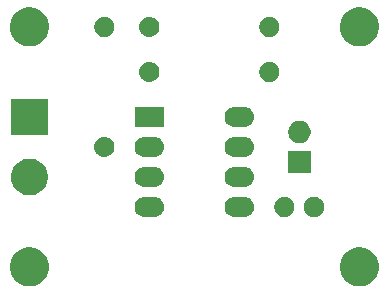
<source format=gbr>
G04 #@! TF.GenerationSoftware,KiCad,Pcbnew,5.0.2-bee76a0~70~ubuntu18.04.1*
G04 #@! TF.CreationDate,2020-12-03T10:47:44+05:30*
G04 #@! TF.ProjectId,How to make PCB,486f7720-746f-4206-9d61-6b6520504342,rev?*
G04 #@! TF.SameCoordinates,Original*
G04 #@! TF.FileFunction,Soldermask,Bot*
G04 #@! TF.FilePolarity,Negative*
%FSLAX46Y46*%
G04 Gerber Fmt 4.6, Leading zero omitted, Abs format (unit mm)*
G04 Created by KiCad (PCBNEW 5.0.2-bee76a0~70~ubuntu18.04.1) date Thu Dec  3 10:47:44 2020*
%MOMM*%
%LPD*%
G01*
G04 APERTURE LIST*
%ADD10C,0.100000*%
G04 APERTURE END LIST*
D10*
G36*
X159125256Y-93641298D02*
X159231579Y-93662447D01*
X159532042Y-93786903D01*
X159798852Y-93965180D01*
X159802454Y-93967587D01*
X160032413Y-94197546D01*
X160213098Y-94467960D01*
X160337553Y-94768422D01*
X160401000Y-95087389D01*
X160401000Y-95412611D01*
X160337553Y-95731578D01*
X160213098Y-96032040D01*
X160032413Y-96302454D01*
X159802454Y-96532413D01*
X159802451Y-96532415D01*
X159532042Y-96713097D01*
X159231579Y-96837553D01*
X159125256Y-96858702D01*
X158912611Y-96901000D01*
X158587389Y-96901000D01*
X158374744Y-96858702D01*
X158268421Y-96837553D01*
X157967958Y-96713097D01*
X157697549Y-96532415D01*
X157697546Y-96532413D01*
X157467587Y-96302454D01*
X157286902Y-96032040D01*
X157162447Y-95731578D01*
X157099000Y-95412611D01*
X157099000Y-95087389D01*
X157162447Y-94768422D01*
X157286902Y-94467960D01*
X157467587Y-94197546D01*
X157697546Y-93967587D01*
X157701148Y-93965180D01*
X157967958Y-93786903D01*
X158268421Y-93662447D01*
X158374744Y-93641298D01*
X158587389Y-93599000D01*
X158912611Y-93599000D01*
X159125256Y-93641298D01*
X159125256Y-93641298D01*
G37*
G36*
X131185256Y-93641298D02*
X131291579Y-93662447D01*
X131592042Y-93786903D01*
X131858852Y-93965180D01*
X131862454Y-93967587D01*
X132092413Y-94197546D01*
X132273098Y-94467960D01*
X132397553Y-94768422D01*
X132461000Y-95087389D01*
X132461000Y-95412611D01*
X132397553Y-95731578D01*
X132273098Y-96032040D01*
X132092413Y-96302454D01*
X131862454Y-96532413D01*
X131862451Y-96532415D01*
X131592042Y-96713097D01*
X131291579Y-96837553D01*
X131185256Y-96858702D01*
X130972611Y-96901000D01*
X130647389Y-96901000D01*
X130434744Y-96858702D01*
X130328421Y-96837553D01*
X130027958Y-96713097D01*
X129757549Y-96532415D01*
X129757546Y-96532413D01*
X129527587Y-96302454D01*
X129346902Y-96032040D01*
X129222447Y-95731578D01*
X129159000Y-95412611D01*
X129159000Y-95087389D01*
X129222447Y-94768422D01*
X129346902Y-94467960D01*
X129527587Y-94197546D01*
X129757546Y-93967587D01*
X129761148Y-93965180D01*
X130027958Y-93786903D01*
X130328421Y-93662447D01*
X130434744Y-93641298D01*
X130647389Y-93599000D01*
X130972611Y-93599000D01*
X131185256Y-93641298D01*
X131185256Y-93641298D01*
G37*
G36*
X152648228Y-89351703D02*
X152803100Y-89415853D01*
X152942481Y-89508985D01*
X153061015Y-89627519D01*
X153154147Y-89766900D01*
X153218297Y-89921772D01*
X153251000Y-90086184D01*
X153251000Y-90253816D01*
X153218297Y-90418228D01*
X153154147Y-90573100D01*
X153061015Y-90712481D01*
X152942481Y-90831015D01*
X152803100Y-90924147D01*
X152648228Y-90988297D01*
X152483816Y-91021000D01*
X152316184Y-91021000D01*
X152151772Y-90988297D01*
X151996900Y-90924147D01*
X151857519Y-90831015D01*
X151738985Y-90712481D01*
X151645853Y-90573100D01*
X151581703Y-90418228D01*
X151549000Y-90253816D01*
X151549000Y-90086184D01*
X151581703Y-89921772D01*
X151645853Y-89766900D01*
X151738985Y-89627519D01*
X151857519Y-89508985D01*
X151996900Y-89415853D01*
X152151772Y-89351703D01*
X152316184Y-89319000D01*
X152483816Y-89319000D01*
X152648228Y-89351703D01*
X152648228Y-89351703D01*
G37*
G36*
X141536821Y-89331313D02*
X141536824Y-89331314D01*
X141536825Y-89331314D01*
X141697239Y-89379975D01*
X141697241Y-89379976D01*
X141697244Y-89379977D01*
X141845078Y-89458995D01*
X141974659Y-89565341D01*
X142081005Y-89694922D01*
X142160023Y-89842756D01*
X142160024Y-89842759D01*
X142160025Y-89842761D01*
X142208686Y-90003175D01*
X142208687Y-90003179D01*
X142225117Y-90170000D01*
X142208687Y-90336821D01*
X142208686Y-90336824D01*
X142208686Y-90336825D01*
X142183993Y-90418228D01*
X142160023Y-90497244D01*
X142081005Y-90645078D01*
X141974659Y-90774659D01*
X141845078Y-90881005D01*
X141697244Y-90960023D01*
X141697241Y-90960024D01*
X141697239Y-90960025D01*
X141536825Y-91008686D01*
X141536824Y-91008686D01*
X141536821Y-91008687D01*
X141411804Y-91021000D01*
X140528196Y-91021000D01*
X140403179Y-91008687D01*
X140403176Y-91008686D01*
X140403175Y-91008686D01*
X140242761Y-90960025D01*
X140242759Y-90960024D01*
X140242756Y-90960023D01*
X140094922Y-90881005D01*
X139965341Y-90774659D01*
X139858995Y-90645078D01*
X139779977Y-90497244D01*
X139756008Y-90418228D01*
X139731314Y-90336825D01*
X139731314Y-90336824D01*
X139731313Y-90336821D01*
X139714883Y-90170000D01*
X139731313Y-90003179D01*
X139731314Y-90003175D01*
X139779975Y-89842761D01*
X139779976Y-89842759D01*
X139779977Y-89842756D01*
X139858995Y-89694922D01*
X139965341Y-89565341D01*
X140094922Y-89458995D01*
X140242756Y-89379977D01*
X140242759Y-89379976D01*
X140242761Y-89379975D01*
X140403175Y-89331314D01*
X140403176Y-89331314D01*
X140403179Y-89331313D01*
X140528196Y-89319000D01*
X141411804Y-89319000D01*
X141536821Y-89331313D01*
X141536821Y-89331313D01*
G37*
G36*
X149156821Y-89331313D02*
X149156824Y-89331314D01*
X149156825Y-89331314D01*
X149317239Y-89379975D01*
X149317241Y-89379976D01*
X149317244Y-89379977D01*
X149465078Y-89458995D01*
X149594659Y-89565341D01*
X149701005Y-89694922D01*
X149780023Y-89842756D01*
X149780024Y-89842759D01*
X149780025Y-89842761D01*
X149828686Y-90003175D01*
X149828687Y-90003179D01*
X149845117Y-90170000D01*
X149828687Y-90336821D01*
X149828686Y-90336824D01*
X149828686Y-90336825D01*
X149803993Y-90418228D01*
X149780023Y-90497244D01*
X149701005Y-90645078D01*
X149594659Y-90774659D01*
X149465078Y-90881005D01*
X149317244Y-90960023D01*
X149317241Y-90960024D01*
X149317239Y-90960025D01*
X149156825Y-91008686D01*
X149156824Y-91008686D01*
X149156821Y-91008687D01*
X149031804Y-91021000D01*
X148148196Y-91021000D01*
X148023179Y-91008687D01*
X148023176Y-91008686D01*
X148023175Y-91008686D01*
X147862761Y-90960025D01*
X147862759Y-90960024D01*
X147862756Y-90960023D01*
X147714922Y-90881005D01*
X147585341Y-90774659D01*
X147478995Y-90645078D01*
X147399977Y-90497244D01*
X147376008Y-90418228D01*
X147351314Y-90336825D01*
X147351314Y-90336824D01*
X147351313Y-90336821D01*
X147334883Y-90170000D01*
X147351313Y-90003179D01*
X147351314Y-90003175D01*
X147399975Y-89842761D01*
X147399976Y-89842759D01*
X147399977Y-89842756D01*
X147478995Y-89694922D01*
X147585341Y-89565341D01*
X147714922Y-89458995D01*
X147862756Y-89379977D01*
X147862759Y-89379976D01*
X147862761Y-89379975D01*
X148023175Y-89331314D01*
X148023176Y-89331314D01*
X148023179Y-89331313D01*
X148148196Y-89319000D01*
X149031804Y-89319000D01*
X149156821Y-89331313D01*
X149156821Y-89331313D01*
G37*
G36*
X155148228Y-89351703D02*
X155303100Y-89415853D01*
X155442481Y-89508985D01*
X155561015Y-89627519D01*
X155654147Y-89766900D01*
X155718297Y-89921772D01*
X155751000Y-90086184D01*
X155751000Y-90253816D01*
X155718297Y-90418228D01*
X155654147Y-90573100D01*
X155561015Y-90712481D01*
X155442481Y-90831015D01*
X155303100Y-90924147D01*
X155148228Y-90988297D01*
X154983816Y-91021000D01*
X154816184Y-91021000D01*
X154651772Y-90988297D01*
X154496900Y-90924147D01*
X154357519Y-90831015D01*
X154238985Y-90712481D01*
X154145853Y-90573100D01*
X154081703Y-90418228D01*
X154049000Y-90253816D01*
X154049000Y-90086184D01*
X154081703Y-89921772D01*
X154145853Y-89766900D01*
X154238985Y-89627519D01*
X154357519Y-89508985D01*
X154496900Y-89415853D01*
X154651772Y-89351703D01*
X154816184Y-89319000D01*
X154983816Y-89319000D01*
X155148228Y-89351703D01*
X155148228Y-89351703D01*
G37*
G36*
X131162527Y-86118736D02*
X131262410Y-86138604D01*
X131544674Y-86255521D01*
X131798705Y-86425259D01*
X132014741Y-86641295D01*
X132184479Y-86895326D01*
X132301396Y-87177590D01*
X132301396Y-87177591D01*
X132361000Y-87477238D01*
X132361000Y-87782762D01*
X132326294Y-87957239D01*
X132301396Y-88082410D01*
X132184479Y-88364674D01*
X132014741Y-88618705D01*
X131798705Y-88834741D01*
X131544674Y-89004479D01*
X131262410Y-89121396D01*
X131162527Y-89141264D01*
X130962762Y-89181000D01*
X130657238Y-89181000D01*
X130457473Y-89141264D01*
X130357590Y-89121396D01*
X130075326Y-89004479D01*
X129821295Y-88834741D01*
X129605259Y-88618705D01*
X129435521Y-88364674D01*
X129318604Y-88082410D01*
X129293706Y-87957239D01*
X129259000Y-87782762D01*
X129259000Y-87477238D01*
X129318604Y-87177591D01*
X129318604Y-87177590D01*
X129435521Y-86895326D01*
X129605259Y-86641295D01*
X129821295Y-86425259D01*
X130075326Y-86255521D01*
X130357590Y-86138604D01*
X130457473Y-86118736D01*
X130657238Y-86079000D01*
X130962762Y-86079000D01*
X131162527Y-86118736D01*
X131162527Y-86118736D01*
G37*
G36*
X141536821Y-86791313D02*
X141536824Y-86791314D01*
X141536825Y-86791314D01*
X141697239Y-86839975D01*
X141697241Y-86839976D01*
X141697244Y-86839977D01*
X141845078Y-86918995D01*
X141974659Y-87025341D01*
X142081005Y-87154922D01*
X142160023Y-87302756D01*
X142208687Y-87463179D01*
X142225117Y-87630000D01*
X142208687Y-87796821D01*
X142160023Y-87957244D01*
X142081005Y-88105078D01*
X141974659Y-88234659D01*
X141845078Y-88341005D01*
X141697244Y-88420023D01*
X141697241Y-88420024D01*
X141697239Y-88420025D01*
X141536825Y-88468686D01*
X141536824Y-88468686D01*
X141536821Y-88468687D01*
X141411804Y-88481000D01*
X140528196Y-88481000D01*
X140403179Y-88468687D01*
X140403176Y-88468686D01*
X140403175Y-88468686D01*
X140242761Y-88420025D01*
X140242759Y-88420024D01*
X140242756Y-88420023D01*
X140094922Y-88341005D01*
X139965341Y-88234659D01*
X139858995Y-88105078D01*
X139779977Y-87957244D01*
X139731313Y-87796821D01*
X139714883Y-87630000D01*
X139731313Y-87463179D01*
X139779977Y-87302756D01*
X139858995Y-87154922D01*
X139965341Y-87025341D01*
X140094922Y-86918995D01*
X140242756Y-86839977D01*
X140242759Y-86839976D01*
X140242761Y-86839975D01*
X140403175Y-86791314D01*
X140403176Y-86791314D01*
X140403179Y-86791313D01*
X140528196Y-86779000D01*
X141411804Y-86779000D01*
X141536821Y-86791313D01*
X141536821Y-86791313D01*
G37*
G36*
X149156821Y-86791313D02*
X149156824Y-86791314D01*
X149156825Y-86791314D01*
X149317239Y-86839975D01*
X149317241Y-86839976D01*
X149317244Y-86839977D01*
X149465078Y-86918995D01*
X149594659Y-87025341D01*
X149701005Y-87154922D01*
X149780023Y-87302756D01*
X149828687Y-87463179D01*
X149845117Y-87630000D01*
X149828687Y-87796821D01*
X149780023Y-87957244D01*
X149701005Y-88105078D01*
X149594659Y-88234659D01*
X149465078Y-88341005D01*
X149317244Y-88420023D01*
X149317241Y-88420024D01*
X149317239Y-88420025D01*
X149156825Y-88468686D01*
X149156824Y-88468686D01*
X149156821Y-88468687D01*
X149031804Y-88481000D01*
X148148196Y-88481000D01*
X148023179Y-88468687D01*
X148023176Y-88468686D01*
X148023175Y-88468686D01*
X147862761Y-88420025D01*
X147862759Y-88420024D01*
X147862756Y-88420023D01*
X147714922Y-88341005D01*
X147585341Y-88234659D01*
X147478995Y-88105078D01*
X147399977Y-87957244D01*
X147351313Y-87796821D01*
X147334883Y-87630000D01*
X147351313Y-87463179D01*
X147399977Y-87302756D01*
X147478995Y-87154922D01*
X147585341Y-87025341D01*
X147714922Y-86918995D01*
X147862756Y-86839977D01*
X147862759Y-86839976D01*
X147862761Y-86839975D01*
X148023175Y-86791314D01*
X148023176Y-86791314D01*
X148023179Y-86791313D01*
X148148196Y-86779000D01*
X149031804Y-86779000D01*
X149156821Y-86791313D01*
X149156821Y-86791313D01*
G37*
G36*
X154621000Y-87311000D02*
X152719000Y-87311000D01*
X152719000Y-85409000D01*
X154621000Y-85409000D01*
X154621000Y-87311000D01*
X154621000Y-87311000D01*
G37*
G36*
X137326821Y-84251313D02*
X137326824Y-84251314D01*
X137326825Y-84251314D01*
X137487239Y-84299975D01*
X137487241Y-84299976D01*
X137487244Y-84299977D01*
X137635078Y-84378995D01*
X137764659Y-84485341D01*
X137871005Y-84614922D01*
X137950023Y-84762756D01*
X137998687Y-84923179D01*
X138015117Y-85090000D01*
X137998687Y-85256821D01*
X137950023Y-85417244D01*
X137871005Y-85565078D01*
X137764659Y-85694659D01*
X137635078Y-85801005D01*
X137487244Y-85880023D01*
X137487241Y-85880024D01*
X137487239Y-85880025D01*
X137326825Y-85928686D01*
X137326824Y-85928686D01*
X137326821Y-85928687D01*
X137201804Y-85941000D01*
X137118196Y-85941000D01*
X136993179Y-85928687D01*
X136993176Y-85928686D01*
X136993175Y-85928686D01*
X136832761Y-85880025D01*
X136832759Y-85880024D01*
X136832756Y-85880023D01*
X136684922Y-85801005D01*
X136555341Y-85694659D01*
X136448995Y-85565078D01*
X136369977Y-85417244D01*
X136321313Y-85256821D01*
X136304883Y-85090000D01*
X136321313Y-84923179D01*
X136369977Y-84762756D01*
X136448995Y-84614922D01*
X136555341Y-84485341D01*
X136684922Y-84378995D01*
X136832756Y-84299977D01*
X136832759Y-84299976D01*
X136832761Y-84299975D01*
X136993175Y-84251314D01*
X136993176Y-84251314D01*
X136993179Y-84251313D01*
X137118196Y-84239000D01*
X137201804Y-84239000D01*
X137326821Y-84251313D01*
X137326821Y-84251313D01*
G37*
G36*
X141536821Y-84251313D02*
X141536824Y-84251314D01*
X141536825Y-84251314D01*
X141697239Y-84299975D01*
X141697241Y-84299976D01*
X141697244Y-84299977D01*
X141845078Y-84378995D01*
X141974659Y-84485341D01*
X142081005Y-84614922D01*
X142160023Y-84762756D01*
X142208687Y-84923179D01*
X142225117Y-85090000D01*
X142208687Y-85256821D01*
X142160023Y-85417244D01*
X142081005Y-85565078D01*
X141974659Y-85694659D01*
X141845078Y-85801005D01*
X141697244Y-85880023D01*
X141697241Y-85880024D01*
X141697239Y-85880025D01*
X141536825Y-85928686D01*
X141536824Y-85928686D01*
X141536821Y-85928687D01*
X141411804Y-85941000D01*
X140528196Y-85941000D01*
X140403179Y-85928687D01*
X140403176Y-85928686D01*
X140403175Y-85928686D01*
X140242761Y-85880025D01*
X140242759Y-85880024D01*
X140242756Y-85880023D01*
X140094922Y-85801005D01*
X139965341Y-85694659D01*
X139858995Y-85565078D01*
X139779977Y-85417244D01*
X139731313Y-85256821D01*
X139714883Y-85090000D01*
X139731313Y-84923179D01*
X139779977Y-84762756D01*
X139858995Y-84614922D01*
X139965341Y-84485341D01*
X140094922Y-84378995D01*
X140242756Y-84299977D01*
X140242759Y-84299976D01*
X140242761Y-84299975D01*
X140403175Y-84251314D01*
X140403176Y-84251314D01*
X140403179Y-84251313D01*
X140528196Y-84239000D01*
X141411804Y-84239000D01*
X141536821Y-84251313D01*
X141536821Y-84251313D01*
G37*
G36*
X149156821Y-84251313D02*
X149156824Y-84251314D01*
X149156825Y-84251314D01*
X149317239Y-84299975D01*
X149317241Y-84299976D01*
X149317244Y-84299977D01*
X149465078Y-84378995D01*
X149594659Y-84485341D01*
X149701005Y-84614922D01*
X149780023Y-84762756D01*
X149828687Y-84923179D01*
X149845117Y-85090000D01*
X149828687Y-85256821D01*
X149780023Y-85417244D01*
X149701005Y-85565078D01*
X149594659Y-85694659D01*
X149465078Y-85801005D01*
X149317244Y-85880023D01*
X149317241Y-85880024D01*
X149317239Y-85880025D01*
X149156825Y-85928686D01*
X149156824Y-85928686D01*
X149156821Y-85928687D01*
X149031804Y-85941000D01*
X148148196Y-85941000D01*
X148023179Y-85928687D01*
X148023176Y-85928686D01*
X148023175Y-85928686D01*
X147862761Y-85880025D01*
X147862759Y-85880024D01*
X147862756Y-85880023D01*
X147714922Y-85801005D01*
X147585341Y-85694659D01*
X147478995Y-85565078D01*
X147399977Y-85417244D01*
X147351313Y-85256821D01*
X147334883Y-85090000D01*
X147351313Y-84923179D01*
X147399977Y-84762756D01*
X147478995Y-84614922D01*
X147585341Y-84485341D01*
X147714922Y-84378995D01*
X147862756Y-84299977D01*
X147862759Y-84299976D01*
X147862761Y-84299975D01*
X148023175Y-84251314D01*
X148023176Y-84251314D01*
X148023179Y-84251313D01*
X148148196Y-84239000D01*
X149031804Y-84239000D01*
X149156821Y-84251313D01*
X149156821Y-84251313D01*
G37*
G36*
X153947396Y-82905546D02*
X154120466Y-82977234D01*
X154276230Y-83081312D01*
X154408688Y-83213770D01*
X154512766Y-83369534D01*
X154584454Y-83542604D01*
X154621000Y-83726333D01*
X154621000Y-83913667D01*
X154584454Y-84097396D01*
X154512766Y-84270466D01*
X154408688Y-84426230D01*
X154276230Y-84558688D01*
X154120466Y-84662766D01*
X153947396Y-84734454D01*
X153763667Y-84771000D01*
X153576333Y-84771000D01*
X153392604Y-84734454D01*
X153219534Y-84662766D01*
X153063770Y-84558688D01*
X152931312Y-84426230D01*
X152827234Y-84270466D01*
X152755546Y-84097396D01*
X152719000Y-83913667D01*
X152719000Y-83726333D01*
X152755546Y-83542604D01*
X152827234Y-83369534D01*
X152931312Y-83213770D01*
X153063770Y-83081312D01*
X153219534Y-82977234D01*
X153392604Y-82905546D01*
X153576333Y-82869000D01*
X153763667Y-82869000D01*
X153947396Y-82905546D01*
X153947396Y-82905546D01*
G37*
G36*
X132361000Y-84101000D02*
X129259000Y-84101000D01*
X129259000Y-80999000D01*
X132361000Y-80999000D01*
X132361000Y-84101000D01*
X132361000Y-84101000D01*
G37*
G36*
X149156821Y-81711313D02*
X149156824Y-81711314D01*
X149156825Y-81711314D01*
X149317239Y-81759975D01*
X149317241Y-81759976D01*
X149317244Y-81759977D01*
X149465078Y-81838995D01*
X149594659Y-81945341D01*
X149701005Y-82074922D01*
X149780023Y-82222756D01*
X149828687Y-82383179D01*
X149845117Y-82550000D01*
X149828687Y-82716821D01*
X149780023Y-82877244D01*
X149701005Y-83025078D01*
X149594659Y-83154659D01*
X149465078Y-83261005D01*
X149317244Y-83340023D01*
X149317241Y-83340024D01*
X149317239Y-83340025D01*
X149156825Y-83388686D01*
X149156824Y-83388686D01*
X149156821Y-83388687D01*
X149031804Y-83401000D01*
X148148196Y-83401000D01*
X148023179Y-83388687D01*
X148023176Y-83388686D01*
X148023175Y-83388686D01*
X147862761Y-83340025D01*
X147862759Y-83340024D01*
X147862756Y-83340023D01*
X147714922Y-83261005D01*
X147585341Y-83154659D01*
X147478995Y-83025078D01*
X147399977Y-82877244D01*
X147351313Y-82716821D01*
X147334883Y-82550000D01*
X147351313Y-82383179D01*
X147399977Y-82222756D01*
X147478995Y-82074922D01*
X147585341Y-81945341D01*
X147714922Y-81838995D01*
X147862756Y-81759977D01*
X147862759Y-81759976D01*
X147862761Y-81759975D01*
X148023175Y-81711314D01*
X148023176Y-81711314D01*
X148023179Y-81711313D01*
X148148196Y-81699000D01*
X149031804Y-81699000D01*
X149156821Y-81711313D01*
X149156821Y-81711313D01*
G37*
G36*
X142221000Y-83401000D02*
X139719000Y-83401000D01*
X139719000Y-81699000D01*
X142221000Y-81699000D01*
X142221000Y-83401000D01*
X142221000Y-83401000D01*
G37*
G36*
X151378228Y-77921703D02*
X151533100Y-77985853D01*
X151672481Y-78078985D01*
X151791015Y-78197519D01*
X151884147Y-78336900D01*
X151948297Y-78491772D01*
X151981000Y-78656184D01*
X151981000Y-78823816D01*
X151948297Y-78988228D01*
X151884147Y-79143100D01*
X151791015Y-79282481D01*
X151672481Y-79401015D01*
X151533100Y-79494147D01*
X151378228Y-79558297D01*
X151213816Y-79591000D01*
X151046184Y-79591000D01*
X150881772Y-79558297D01*
X150726900Y-79494147D01*
X150587519Y-79401015D01*
X150468985Y-79282481D01*
X150375853Y-79143100D01*
X150311703Y-78988228D01*
X150279000Y-78823816D01*
X150279000Y-78656184D01*
X150311703Y-78491772D01*
X150375853Y-78336900D01*
X150468985Y-78197519D01*
X150587519Y-78078985D01*
X150726900Y-77985853D01*
X150881772Y-77921703D01*
X151046184Y-77889000D01*
X151213816Y-77889000D01*
X151378228Y-77921703D01*
X151378228Y-77921703D01*
G37*
G36*
X141136821Y-77901313D02*
X141136824Y-77901314D01*
X141136825Y-77901314D01*
X141297239Y-77949975D01*
X141297241Y-77949976D01*
X141297244Y-77949977D01*
X141445078Y-78028995D01*
X141574659Y-78135341D01*
X141681005Y-78264922D01*
X141760023Y-78412756D01*
X141760024Y-78412759D01*
X141760025Y-78412761D01*
X141808686Y-78573175D01*
X141808687Y-78573179D01*
X141825117Y-78740000D01*
X141808687Y-78906821D01*
X141808686Y-78906824D01*
X141808686Y-78906825D01*
X141783993Y-78988228D01*
X141760023Y-79067244D01*
X141681005Y-79215078D01*
X141574659Y-79344659D01*
X141445078Y-79451005D01*
X141297244Y-79530023D01*
X141297241Y-79530024D01*
X141297239Y-79530025D01*
X141136825Y-79578686D01*
X141136824Y-79578686D01*
X141136821Y-79578687D01*
X141011804Y-79591000D01*
X140928196Y-79591000D01*
X140803179Y-79578687D01*
X140803176Y-79578686D01*
X140803175Y-79578686D01*
X140642761Y-79530025D01*
X140642759Y-79530024D01*
X140642756Y-79530023D01*
X140494922Y-79451005D01*
X140365341Y-79344659D01*
X140258995Y-79215078D01*
X140179977Y-79067244D01*
X140156008Y-78988228D01*
X140131314Y-78906825D01*
X140131314Y-78906824D01*
X140131313Y-78906821D01*
X140114883Y-78740000D01*
X140131313Y-78573179D01*
X140131314Y-78573175D01*
X140179975Y-78412761D01*
X140179976Y-78412759D01*
X140179977Y-78412756D01*
X140258995Y-78264922D01*
X140365341Y-78135341D01*
X140494922Y-78028995D01*
X140642756Y-77949977D01*
X140642759Y-77949976D01*
X140642761Y-77949975D01*
X140803175Y-77901314D01*
X140803176Y-77901314D01*
X140803179Y-77901313D01*
X140928196Y-77889000D01*
X141011804Y-77889000D01*
X141136821Y-77901313D01*
X141136821Y-77901313D01*
G37*
G36*
X131185256Y-73321298D02*
X131291579Y-73342447D01*
X131592042Y-73466903D01*
X131858852Y-73645180D01*
X131862454Y-73647587D01*
X132092413Y-73877546D01*
X132092415Y-73877549D01*
X132273097Y-74147958D01*
X132372327Y-74387519D01*
X132397553Y-74448422D01*
X132461000Y-74767389D01*
X132461000Y-75092611D01*
X132428253Y-75257239D01*
X132397553Y-75411579D01*
X132273097Y-75712042D01*
X132094820Y-75978852D01*
X132092413Y-75982454D01*
X131862454Y-76212413D01*
X131862451Y-76212415D01*
X131592042Y-76393097D01*
X131291579Y-76517553D01*
X131185256Y-76538702D01*
X130972611Y-76581000D01*
X130647389Y-76581000D01*
X130434744Y-76538702D01*
X130328421Y-76517553D01*
X130027958Y-76393097D01*
X129757549Y-76212415D01*
X129757546Y-76212413D01*
X129527587Y-75982454D01*
X129525180Y-75978852D01*
X129346903Y-75712042D01*
X129222447Y-75411579D01*
X129191747Y-75257239D01*
X129159000Y-75092611D01*
X129159000Y-74767389D01*
X129222447Y-74448422D01*
X129247674Y-74387519D01*
X129346903Y-74147958D01*
X129527585Y-73877549D01*
X129527587Y-73877546D01*
X129757546Y-73647587D01*
X129761148Y-73645180D01*
X130027958Y-73466903D01*
X130328421Y-73342447D01*
X130434744Y-73321298D01*
X130647389Y-73279000D01*
X130972611Y-73279000D01*
X131185256Y-73321298D01*
X131185256Y-73321298D01*
G37*
G36*
X159125256Y-73321298D02*
X159231579Y-73342447D01*
X159532042Y-73466903D01*
X159798852Y-73645180D01*
X159802454Y-73647587D01*
X160032413Y-73877546D01*
X160032415Y-73877549D01*
X160213097Y-74147958D01*
X160312327Y-74387519D01*
X160337553Y-74448422D01*
X160401000Y-74767389D01*
X160401000Y-75092611D01*
X160368253Y-75257239D01*
X160337553Y-75411579D01*
X160213097Y-75712042D01*
X160034820Y-75978852D01*
X160032413Y-75982454D01*
X159802454Y-76212413D01*
X159802451Y-76212415D01*
X159532042Y-76393097D01*
X159231579Y-76517553D01*
X159125256Y-76538702D01*
X158912611Y-76581000D01*
X158587389Y-76581000D01*
X158374744Y-76538702D01*
X158268421Y-76517553D01*
X157967958Y-76393097D01*
X157697549Y-76212415D01*
X157697546Y-76212413D01*
X157467587Y-75982454D01*
X157465180Y-75978852D01*
X157286903Y-75712042D01*
X157162447Y-75411579D01*
X157131747Y-75257239D01*
X157099000Y-75092611D01*
X157099000Y-74767389D01*
X157162447Y-74448422D01*
X157187674Y-74387519D01*
X157286903Y-74147958D01*
X157467585Y-73877549D01*
X157467587Y-73877546D01*
X157697546Y-73647587D01*
X157701148Y-73645180D01*
X157967958Y-73466903D01*
X158268421Y-73342447D01*
X158374744Y-73321298D01*
X158587389Y-73279000D01*
X158912611Y-73279000D01*
X159125256Y-73321298D01*
X159125256Y-73321298D01*
G37*
G36*
X137408228Y-74111703D02*
X137563100Y-74175853D01*
X137702481Y-74268985D01*
X137821015Y-74387519D01*
X137914147Y-74526900D01*
X137978297Y-74681772D01*
X138011000Y-74846184D01*
X138011000Y-75013816D01*
X137978297Y-75178228D01*
X137914147Y-75333100D01*
X137821015Y-75472481D01*
X137702481Y-75591015D01*
X137563100Y-75684147D01*
X137408228Y-75748297D01*
X137243816Y-75781000D01*
X137076184Y-75781000D01*
X136911772Y-75748297D01*
X136756900Y-75684147D01*
X136617519Y-75591015D01*
X136498985Y-75472481D01*
X136405853Y-75333100D01*
X136341703Y-75178228D01*
X136309000Y-75013816D01*
X136309000Y-74846184D01*
X136341703Y-74681772D01*
X136405853Y-74526900D01*
X136498985Y-74387519D01*
X136617519Y-74268985D01*
X136756900Y-74175853D01*
X136911772Y-74111703D01*
X137076184Y-74079000D01*
X137243816Y-74079000D01*
X137408228Y-74111703D01*
X137408228Y-74111703D01*
G37*
G36*
X151378228Y-74111703D02*
X151533100Y-74175853D01*
X151672481Y-74268985D01*
X151791015Y-74387519D01*
X151884147Y-74526900D01*
X151948297Y-74681772D01*
X151981000Y-74846184D01*
X151981000Y-75013816D01*
X151948297Y-75178228D01*
X151884147Y-75333100D01*
X151791015Y-75472481D01*
X151672481Y-75591015D01*
X151533100Y-75684147D01*
X151378228Y-75748297D01*
X151213816Y-75781000D01*
X151046184Y-75781000D01*
X150881772Y-75748297D01*
X150726900Y-75684147D01*
X150587519Y-75591015D01*
X150468985Y-75472481D01*
X150375853Y-75333100D01*
X150311703Y-75178228D01*
X150279000Y-75013816D01*
X150279000Y-74846184D01*
X150311703Y-74681772D01*
X150375853Y-74526900D01*
X150468985Y-74387519D01*
X150587519Y-74268985D01*
X150726900Y-74175853D01*
X150881772Y-74111703D01*
X151046184Y-74079000D01*
X151213816Y-74079000D01*
X151378228Y-74111703D01*
X151378228Y-74111703D01*
G37*
G36*
X141136821Y-74091313D02*
X141136824Y-74091314D01*
X141136825Y-74091314D01*
X141297239Y-74139975D01*
X141297241Y-74139976D01*
X141297244Y-74139977D01*
X141445078Y-74218995D01*
X141574659Y-74325341D01*
X141681005Y-74454922D01*
X141760023Y-74602756D01*
X141760024Y-74602759D01*
X141760025Y-74602761D01*
X141808686Y-74763175D01*
X141808687Y-74763179D01*
X141825117Y-74930000D01*
X141808687Y-75096821D01*
X141808686Y-75096824D01*
X141808686Y-75096825D01*
X141783993Y-75178228D01*
X141760023Y-75257244D01*
X141681005Y-75405078D01*
X141574659Y-75534659D01*
X141445078Y-75641005D01*
X141297244Y-75720023D01*
X141297241Y-75720024D01*
X141297239Y-75720025D01*
X141136825Y-75768686D01*
X141136824Y-75768686D01*
X141136821Y-75768687D01*
X141011804Y-75781000D01*
X140928196Y-75781000D01*
X140803179Y-75768687D01*
X140803176Y-75768686D01*
X140803175Y-75768686D01*
X140642761Y-75720025D01*
X140642759Y-75720024D01*
X140642756Y-75720023D01*
X140494922Y-75641005D01*
X140365341Y-75534659D01*
X140258995Y-75405078D01*
X140179977Y-75257244D01*
X140156008Y-75178228D01*
X140131314Y-75096825D01*
X140131314Y-75096824D01*
X140131313Y-75096821D01*
X140114883Y-74930000D01*
X140131313Y-74763179D01*
X140131314Y-74763175D01*
X140179975Y-74602761D01*
X140179976Y-74602759D01*
X140179977Y-74602756D01*
X140258995Y-74454922D01*
X140365341Y-74325341D01*
X140494922Y-74218995D01*
X140642756Y-74139977D01*
X140642759Y-74139976D01*
X140642761Y-74139975D01*
X140803175Y-74091314D01*
X140803176Y-74091314D01*
X140803179Y-74091313D01*
X140928196Y-74079000D01*
X141011804Y-74079000D01*
X141136821Y-74091313D01*
X141136821Y-74091313D01*
G37*
M02*

</source>
